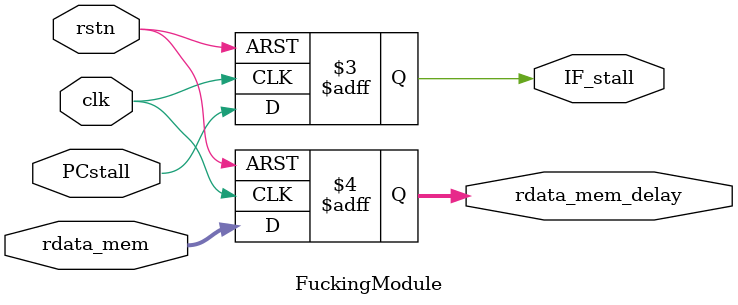
<source format=sv>
module FuckingModule (
  input clk,
  input rstn,
  input PCstall,
  input [63:0] rdata_mem,
  output reg IF_stall,
  output reg [63:0] rdata_mem_delay
);
  always @(posedge clk or negedge rstn) begin
    if (rstn == 0) begin
        rdata_mem_delay <= 0;
        IF_stall <= 0;
    end else begin
        rdata_mem_delay <= rdata_mem;
        IF_stall <= PCstall;
    end
  end
endmodule

</source>
